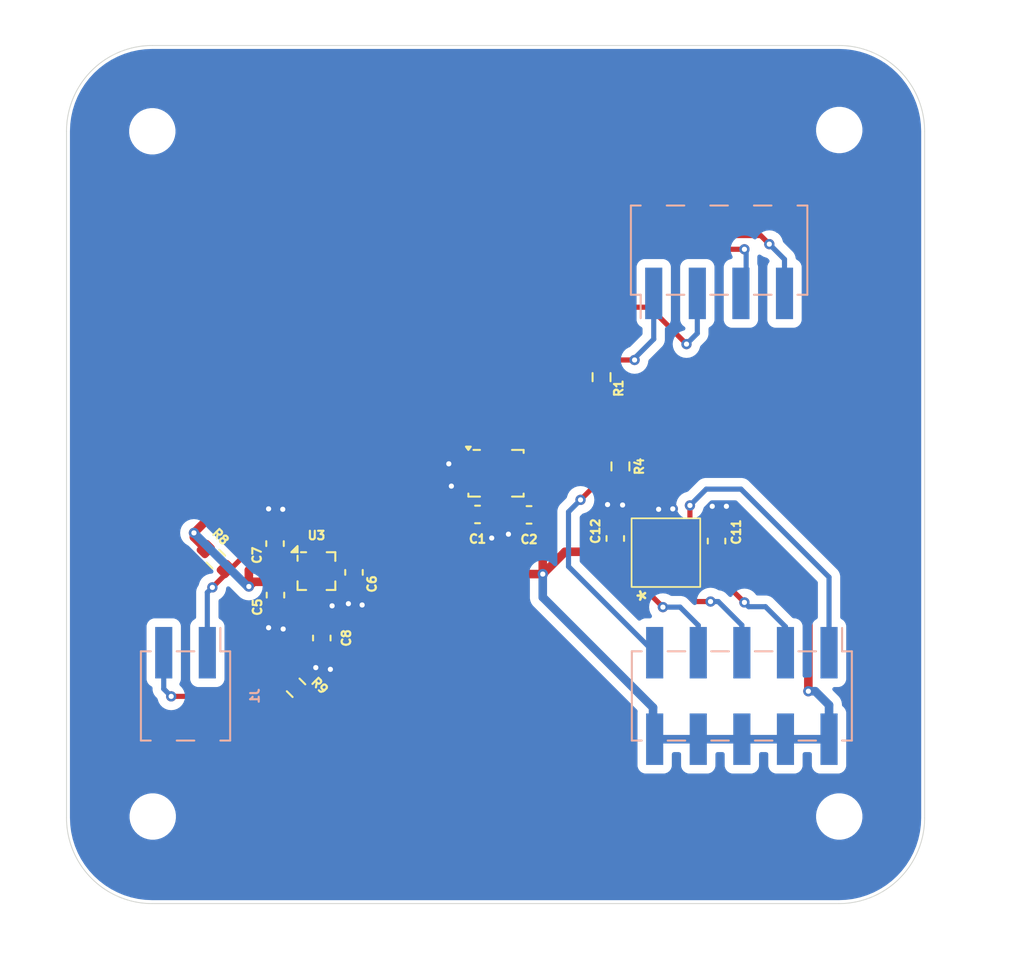
<source format=kicad_pcb>
(kicad_pcb (version 20240108) (generator "pcbnew") (generator_version "8.0")
  (layers (0 "F.Cu" mixed) (31 "B.Cu" mixed) (34 "B.Paste" user) (35 "F.Paste" user) (36 "B.SilkS" user "B.Silkscreen") (37 "F.SilkS" user "F.Silkscreen") (38 "B.Mask" user) (39 "F.Mask" user) (44 "Edge.Cuts" user))
  (net 0 "")
  (net 1 "+3.3V")
  (net 2 "GND")
  (net 3 "Net-(U3-C1)")
  (net 4 "/SPI_SDO_BMP")
  (net 5 "/IMU_1_CS")
  (net 6 "/SPI_SDI_BMP")
  (net 7 "/SPI_SCL_BMP")
  (net 8 "/bmp585_CS")
  (net 9 "/BMP_585_INT")
  (net 10 "/I2C_SDA")
  (net 11 "/I2C_SCL")
  (net 12 "/MAG_INT_1_XL")
  (net 13 "/MAG_I2C_INT_MAG{slash}DRDY")
  (net 14 "/MAG_INT_2_XL")
  (net 15 "/SPI_SCL")
  (net 16 "/SPI_SDI")
  (net 17 "/SPI_SDO")
  (net 18 "/IMU_1_INT_2")
  (net 19 "/IMU_1_INT_1")
  (footprint "Capacitor_SMD:C_0603_1608Metric" (layer "F.Cu") (at 185.975 111.1 90)
    (property "Reference" "C11" (at 0.525 1.15 270) (layer "F.SilkS") (effects (font (size 0.5 0.5) (thickness 0.125))))
    (property "Value" "100n")
    (fp_line (start -0.140581 -0.51) (end 0.140581 -0.51) (stroke (width 0.12)) (layer "F.SilkS"))
    (fp_line (start -0.140581 0.51) (end 0.140581 0.51) (stroke (width 0.12)) (layer "F.SilkS"))
    (pad "1" smd roundrect (at -0.775 0 90) (size 0.9 0.95) (layers "F.Cu" "F.Paste" "F.Mask") (net 1 "+3.3V"))
    (pad "2" smd roundrect (at 0.775 0 90) (size 0.9 0.95) (layers "F.Cu" "F.Paste" "F.Mask") (net 2 "GND"))
  )
  (footprint "Resistor_SMD:R_0603_1608Metric" (layer "F.Cu") (at 156.8 112.15 -45)
    (property "Reference" "R8" (at -0.724784 -1.113693 135) (layer "F.SilkS") (effects (font (size 0.5 0.5))))
    (property "Value" "10k")
    (fp_line (start -0.237258 0.5225) (end 0.237258 0.5225) (stroke (width 0.12)) (layer "F.SilkS"))
    (fp_line (start -0.237258 -0.5225) (end 0.237258 -0.5225) (stroke (width 0.12)) (layer "F.SilkS"))
    (pad "1" smd roundrect (at -0.825 0 315) (size 0.8 0.95) (layers "F.Cu" "F.Paste" "F.Mask") (net 1 "+3.3V"))
    (pad "2" smd roundrect (at 0.825 0 315) (size 0.8 0.95) (layers "F.Cu" "F.Paste" "F.Mask") (net 11 "/I2C_SCL"))
  )
  (footprint "Capacitor_SMD:C_0603_1608Metric" (layer "F.Cu") (at 172.05 109.55 180)
    (property "Reference" "C1" (at 0 -1.43 180) (layer "F.SilkS") (effects (font (size 0.5 0.5))))
    (property "Value" "100n")
    (fp_line (start -0.140581 0.51) (end 0.140581 0.51) (stroke (width 0.12)) (layer "F.SilkS"))
    (fp_line (start -0.140581 -0.51) (end 0.140581 -0.51) (stroke (width 0.12)) (layer "F.SilkS"))
    (pad "1" smd roundrect (at -0.775 0 180) (size 0.9 0.95) (layers "F.Cu" "F.Paste" "F.Mask") (net 2 "GND"))
    (pad "2" smd roundrect (at 0.775 0 180) (size 0.9 0.95) (layers "F.Cu" "F.Paste" "F.Mask") (net 1 "+3.3V"))
  )
  (footprint "Capacitor_SMD:C_0603_1608Metric" (layer "F.Cu") (at 180.075 110.95 90)
    (property "Reference" "C12" (at 0.425 -1.15 270) (layer "F.SilkS") (effects (font (size 0.5 0.5) (thickness 0.125))))
    (property "Value" "100n")
    (fp_line (start -0.140581 -0.51) (end 0.140581 -0.51) (stroke (width 0.12)) (layer "F.SilkS"))
    (fp_line (start -0.140581 0.51) (end 0.140581 0.51) (stroke (width 0.12)) (layer "F.SilkS"))
    (pad "1" smd roundrect (at -0.775 0 90) (size 0.9 0.95) (layers "F.Cu" "F.Paste" "F.Mask") (net 1 "+3.3V"))
    (pad "2" smd roundrect (at 0.775 0 90) (size 0.9 0.95) (layers "F.Cu" "F.Paste" "F.Mask") (net 2 "GND"))
  )
  (footprint "Resistor_SMD:R_0603_1608Metric" (layer "F.Cu") (at 161.475 119.65 135)
    (property "Reference" "R9" (at -0.883883 1.06066 -45) (layer "F.SilkS") (effects (font (size 0.5 0.5))))
    (property "Value" "10k")
    (fp_line (start -0.237258 -0.5225) (end 0.237258 -0.5225) (stroke (width 0.12)) (layer "F.SilkS"))
    (fp_line (start -0.237258 0.5225) (end 0.237258 0.5225) (stroke (width 0.12)) (layer "F.SilkS"))
    (pad "1" smd roundrect (at -0.825 0 135) (size 0.8 0.95) (layers "F.Cu" "F.Paste" "F.Mask") (net 1 "+3.3V"))
    (pad "2" smd roundrect (at 0.825 0 135) (size 0.8 0.95) (layers "F.Cu" "F.Paste" "F.Mask") (net 10 "/I2C_SDA"))
  )
  (footprint "Capacitor_SMD:C_0603_1608Metric" (layer "F.Cu") (at 175.05 109.575 180)
    (property "Reference" "C2" (at 0 -1.43 180) (layer "F.SilkS") (effects (font (size 0.5 0.5))))
    (property "Value" "100n")
    (fp_line (start -0.140581 0.51) (end 0.140581 0.51) (stroke (width 0.12)) (layer "F.SilkS"))
    (fp_line (start -0.140581 -0.51) (end 0.140581 -0.51) (stroke (width 0.12)) (layer "F.SilkS"))
    (pad "1" smd roundrect (at -0.775 0 180) (size 0.9 0.95) (layers "F.Cu" "F.Paste" "F.Mask") (net 1 "+3.3V"))
    (pad "2" smd roundrect (at 0.775 0 180) (size 0.9 0.95) (layers "F.Cu" "F.Paste" "F.Mask") (net 2 "GND"))
  )
  (footprint "Package_LGA:LGA-12_2x2mm_P0.5mm" (layer "F.Cu") (at 162.6625 112.85)
    (property "Reference" "U3" (at 0 -2.075001 360) (layer "F.SilkS") (effects (font (size 0.5 0.5))))
    (property "Value" "LSM303AGR")
    (fp_line (start -1.1 -1.1) (end -1.1 -1.1) (stroke (width 0.12)) (layer "F.SilkS"))
    (fp_line (start -1.1 -0.600001) (end -1.1 -0.900001) (stroke (width 0.12)) (layer "F.SilkS"))
    (fp_line (start -1.1 0.600001) (end -1.1 0.600001) (stroke (width 0.12)) (layer "F.SilkS"))
    (fp_line (start -1.1 1.1) (end -1.1 0.600001) (stroke (width 0.12)) (layer "F.SilkS"))
    (fp_line (start -0.600001 -1.1) (end -0.900001 -1.1) (stroke (width 0.12)) (layer "F.SilkS"))
    (fp_line (start -0.600001 1.1) (end -1.1 1.1) (stroke (width 0.12)) (layer "F.SilkS"))
    (fp_line (start 0.600001 -1.1) (end 1.1 -1.1) (stroke (width 0.12)) (layer "F.SilkS"))
    (fp_line (start 0.600001 1.1) (end 0.600001 1.1) (stroke (width 0.12)) (layer "F.SilkS"))
    (fp_line (start 1.1 -1.1) (end 1.1 -0.600001) (stroke (width 0.12)) (layer "F.SilkS"))
    (fp_line (start 1.1 -0.600001) (end 1.1 -0.600001) (stroke (width 0.12)) (layer "F.SilkS"))
    (fp_line (start 1.1 0.600001) (end 1.1 1.1) (stroke (width 0.12)) (layer "F.SilkS"))
    (fp_line (start 1.1 1.1) (end 0.600001 1.1) (stroke (width 0.12)) (layer "F.SilkS"))
    (fp_poly (pts (xy -1.1 -1.1) (xy -1.459999 -1.1) (xy -1.1 -1.459999) (xy -1.1 -1.1)) (stroke (width 0.12)) (fill solid) (layer "F.SilkS"))
    (pad "1" smd rect (at -0.7625 -0.75) (size 0.375 0.35) (layers "F.Cu" "F.Paste" "F.Mask") (net 11 "/I2C_SCL"))
    (pad "2" smd rect (at -0.7625 -0.25) (size 0.375 0.35) (layers "F.Cu" "F.Paste" "F.Mask") (net 1 "+3.3V"))
    (pad "3" smd rect (at -0.7625 0.25) (size 0.375 0.35) (layers "F.Cu" "F.Paste" "F.Mask") (net 1 "+3.3V"))
    (pad "4" smd rect (at -0.7625 0.75) (size 0.375 0.35) (layers "F.Cu" "F.Paste" "F.Mask") (net 10 "/I2C_SDA"))
    (pad "5" smd rect (at -0.25 0.7625 90) (size 0.375 0.35) (layers "F.Cu" "F.Paste" "F.Mask") (net 3 "Net-(U3-C1)"))
    (pad "6" smd rect (at 0.25 0.7625 90) (size 0.375 0.35) (layers "F.Cu" "F.Paste" "F.Mask") (net 2 "GND"))
    (pad "7" smd rect (at 0.7625 0.75) (size 0.375 0.35) (layers "F.Cu" "F.Paste" "F.Mask") (net 13 "/MAG_I2C_INT_MAG{slash}DRDY"))
    (pad "8" smd rect (at 0.7625 0.25) (size 0.375 0.35) (layers "F.Cu" "F.Paste" "F.Mask") (net 2 "GND"))
    (pad "9" smd rect (at 0.7625 -0.25) (size 0.375 0.35) (layers "F.Cu" "F.Paste" "F.Mask") (net 1 "+3.3V"))
    (pad "10" smd rect (at 0.7625 -0.75) (size 0.375 0.35) (layers "F.Cu" "F.Paste" "F.Mask") (net 1 "+3.3V"))
    (pad "11" smd rect (at 0.25 -0.7625 90) (size 0.375 0.35) (layers "F.Cu" "F.Paste" "F.Mask") (net 14 "/MAG_INT_2_XL"))
    (pad "12" smd rect (at -0.25 -0.7625 90) (size 0.375 0.35) (layers "F.Cu" "F.Paste" "F.Mask") (net 12 "/MAG_INT_1_XL"))
  )
  (footprint "Resistor_SMD:R_0603_1608Metric" (layer "F.Cu") (at 179.275 101.55 -90)
    (property "Reference" "R1" (at 0.65 -1 90) (layer "F.SilkS") (effects (font (size 0.5 0.5))))
    (property "Value" "10k")
    (fp_line (start -0.237258 0.5225) (end 0.237258 0.5225) (stroke (width 0.12)) (layer "F.SilkS"))
    (fp_line (start -0.237258 -0.5225) (end 0.237258 -0.5225) (stroke (width 0.12)) (layer "F.SilkS"))
    (pad "1" smd roundrect (at -0.825 0 270) (size 0.8 0.95) (layers "F.Cu" "F.Paste" "F.Mask") (net 5 "/IMU_1_CS"))
    (pad "2" smd roundrect (at 0.825 0 270) (size 0.8 0.95) (layers "F.Cu" "F.Paste" "F.Mask") (net 1 "+3.3V"))
  )
  (footprint "footprints:LGA9_BMP585_BOS" (layer "F.Cu") (at 183.025 111.775 90)
    (property "Reference" "U5" (hide yes))
    (property "Value" "BMP585")
    (fp_poly (pts (xy -2 -2) (xy 2 -2) (xy 2 2) (xy -2 2)) (stroke (width 0.1)) (fill none) (layer "F.SilkS"))
    (fp_text user "*" (at -2.499999 -1.1 90) (layer "F.SilkS"))
    (pad "1" smd rect (at -1.2192 -1.1 180) (size 0.8382 0.6096) (layers "F.Cu" "F.Paste" "F.Mask") (net 7 "/SPI_SCL_BMP"))
    (pad "2" smd rect (at -1.219201 0 180) (size 0.8382 0.6096) (layers "F.Cu" "F.Paste" "F.Mask") (net 6 "/SPI_SDI_BMP"))
    (pad "3" smd rect (at -1.2192 1.1 180) (size 0.8382 0.6096) (layers "F.Cu" "F.Paste" "F.Mask") (net 4 "/SPI_SDO_BMP"))
    (pad "4" smd rect (at 0 1.219201 90) (size 0.8382 0.6096) (layers "F.Cu" "F.Paste" "F.Mask") (net 1 "+3.3V"))
    (pad "5" smd rect (at 1.2192 1.1 180) (size 0.8382 0.6096) (layers "F.Cu" "F.Paste" "F.Mask") (net 9 "/BMP_585_INT"))
    (pad "6" smd rect (at 1.219201 0 180) (size 0.8382 0.6096) (layers "F.Cu" "F.Paste" "F.Mask") (net 2 "GND"))
    (pad "7" smd rect (at 1.2192 -1.1 180) (size 0.8382 0.6096) (layers "F.Cu" "F.Paste" "F.Mask") (net 8 "/bmp585_CS"))
    (pad "8" smd rect (at 0 -1.219201 90) (size 0.8382 0.6096) (layers "F.Cu" "F.Paste" "F.Mask") (net 1 "+3.3V"))
    (pad "9" smd rect (at 0 0 90) (size 1.0668 1.0668) (layers "F.Cu" "F.Paste" "F.Mask"))
  )
  (footprint "Capacitor_SMD:C_0603_1608Metric" (layer "F.Cu") (at 160.275 114.25 90)
    (property "Reference" "C5" (at -0.7 -1.05 270) (layer "F.SilkS") (effects (font (size 0.5 0.5))))
    (property "Value" "100n")
    (fp_line (start -0.140581 -0.51) (end 0.140581 -0.51) (stroke (width 0.12)) (layer "F.SilkS"))
    (fp_line (start -0.140581 0.51) (end 0.140581 0.51) (stroke (width 0.12)) (layer "F.SilkS"))
    (pad "1" smd roundrect (at -0.775 0 90) (size 0.9 0.95) (layers "F.Cu" "F.Paste" "F.Mask") (net 2 "GND"))
    (pad "2" smd roundrect (at 0.775 0 90) (size 0.9 0.95) (layers "F.Cu" "F.Paste" "F.Mask") (net 1 "+3.3V"))
  )
  (footprint "Fiducial:Fiducial_0.5mm_Mask1mm" (layer "F.Cu") (at 195.625 129.65)
    (property "Reference" "FID3" (hide yes))
    (property "Value" "Fiducial")
    (pad "" smd circle (at 0 0) (size 0.5 0.5) (layers "F.Cu" "F.Mask") (clearance 0.25))
  )
  (footprint "Package_LGA:LGA-14_3x2.5mm_P0.5mm_LayoutBorder3x4y" (layer "F.Cu") (at 173.125 107.15)
    (property "Reference" "U1" (hide yes))
    (property "Value" "LSM6DSV32XTR")
    (fp_line (start -1.61 1.36) (end -1.61 1.185) (stroke (width 0.12)) (layer "F.SilkS"))
    (fp_line (start -0.935 -1.36) (end -1.31 -1.36) (stroke (width 0.12)) (layer "F.SilkS"))
    (fp_line (start -0.935 1.36) (end -1.61 1.36) (stroke (width 0.12)) (layer "F.SilkS"))
    (fp_line (start 0.935 -1.36) (end 1.61 -1.36) (stroke (width 0.12)) (layer "F.SilkS"))
    (fp_line (start 0.935 1.36) (end 1.61 1.36) (stroke (width 0.12)) (layer "F.SilkS"))
    (fp_line (start 1.61 -1.36) (end 1.61 -1.185) (stroke (width 0.12)) (layer "F.SilkS"))
    (fp_line (start 1.61 1.36) (end 1.61 1.185) (stroke (width 0.12)) (layer "F.SilkS"))
    (fp_poly (pts (xy -1.61 -1.36) (xy -1.75 -1.55) (xy -1.47 -1.55) (xy -1.61 -1.36)) (stroke (width 0.12)) (fill solid) (layer "F.SilkS"))
    (pad "1" smd roundrect (at -1.1625 -0.75) (size 0.625 0.35) (layers "F.Cu" "F.Paste" "F.Mask") (net 17 "/SPI_SDO"))
    (pad "2" smd roundrect (at -1.1625 -0.25) (size 0.625 0.35) (layers "F.Cu" "F.Paste" "F.Mask") (net 2 "GND"))
    (pad "3" smd roundrect (at -1.1625 0.25) (size 0.625 0.35) (layers "F.Cu" "F.Paste" "F.Mask") (net 2 "GND"))
    (pad "4" smd roundrect (at -1.1625 0.75) (size 0.625 0.35) (layers "F.Cu" "F.Paste" "F.Mask") (net 19 "/IMU_1_INT_1"))
    (pad "5" smd roundrect (at -0.5 0.9125) (size 0.35 0.625) (layers "F.Cu" "F.Paste" "F.Mask") (net 1 "+3.3V"))
    (pad "6" smd roundrect (at 0 0.9125) (size 0.35 0.625) (layers "F.Cu" "F.Paste" "F.Mask") (net 2 "GND"))
    (pad "7" smd roundrect (at 0.5 0.9125) (size 0.35 0.625) (layers "F.Cu" "F.Paste" "F.Mask") (net 2 "GND"))
    (pad "8" smd roundrect (at 1.1625 0.75) (size 0.625 0.35) (layers "F.Cu" "F.Paste" "F.Mask") (net 1 "+3.3V"))
    (pad "9" smd roundrect (at 1.1625 0.25) (size 0.625 0.35) (layers "F.Cu" "F.Paste" "F.Mask") (net 18 "/IMU_1_INT_2"))
    (pad "10" smd roundrect (at 1.1625 -0.25) (size 0.625 0.35) (layers "F.Cu" "F.Paste" "F.Mask"))
    (pad "11" smd roundrect (at 1.1625 -0.75) (size 0.625 0.35) (layers "F.Cu" "F.Paste" "F.Mask"))
    (pad "12" smd roundrect (at 0.5 -0.9125) (size 0.35 0.625) (layers "F.Cu" "F.Paste" "F.Mask") (net 5 "/IMU_1_CS"))
    (pad "13" smd roundrect (at 0 -0.9125) (size 0.35 0.625) (layers "F.Cu" "F.Paste" "F.Mask") (net 15 "/SPI_SCL"))
    (pad "14" smd roundrect (at -0.5 -0.9125) (size 0.35 0.625) (layers "F.Cu" "F.Paste" "F.Mask") (net 16 "/SPI_SDI"))
  )
  (footprint "Fiducial:Fiducial_0.5mm_Mask1mm" (layer "F.Cu") (at 150.625 129.65)
    (property "Reference" "FID4" (hide yes))
    (property "Value" "Fiducial")
    (pad "" smd circle (at 0 0) (size 0.5 0.5) (layers "F.Cu" "F.Mask") (clearance 0.25))
  )
  (footprint "Capacitor_SMD:C_0603_1608Metric" (layer "F.Cu") (at 164.85 112.925 -90)
    (property "Reference" "C6" (at 0.675 -1.05 90) (layer "F.SilkS") (effects (font (size 0.5 0.5))))
    (property "Value" "100n")
    (fp_line (start -0.140581 0.51) (end 0.140581 0.51) (stroke (width 0.12)) (layer "F.SilkS"))
    (fp_line (start -0.140581 -0.51) (end 0.140581 -0.51) (stroke (width 0.12)) (layer "F.SilkS"))
    (pad "1" smd roundrect (at -0.775 0 270) (size 0.9 0.95) (layers "F.Cu" "F.Paste" "F.Mask") (net 1 "+3.3V"))
    (pad "2" smd roundrect (at 0.775 0 270) (size 0.9 0.95) (layers "F.Cu" "F.Paste" "F.Mask") (net 2 "GND"))
  )
  (footprint "MountingHole:MountingHole_2.2mm_M2" (layer "F.Cu") (at 153.1 87.225)
    (property "Reference" "H1" (hide yes))
    (property "Value" "MountingHole")
    (pad "" np_thru_hole circle (at 0 0) (size 2.2 2.2) (drill 2.2) (layers "*.Cu" "*.Mask"))
  )
  (footprint "MountingHole:MountingHole_2.2mm_M2" (layer "F.Cu") (at 193.125 127.15)
    (property "Reference" "H3" (hide yes))
    (property "Value" "MountingHole")
    (pad "" np_thru_hole circle (at 0 0) (size 2.2 2.2) (drill 2.2) (layers "*.Cu" "*.Mask"))
  )
  (footprint "MountingHole:MountingHole_2.2mm_M2" (layer "F.Cu") (at 153.125 127.15)
    (property "Reference" "H4" (hide yes))
    (property "Value" "MountingHole")
    (pad "" np_thru_hole circle (at 0 0) (size 2.2 2.2) (drill 2.2) (layers "*.Cu" "*.Mask"))
  )
  (footprint "MountingHole:MountingHole_2.2mm_M2" (layer "F.Cu") (at 193.125 87.15)
    (property "Reference" "H2" (hide yes))
    (property "Value" "MountingHole")
    (pad "" np_thru_hole circle (at 0 0) (size 2.2 2.2) (drill 2.2) (layers "*.Cu" "*.Mask"))
  )
  (footprint "Resistor_SMD:R_0603_1608Metric" (layer "F.Cu") (at 180.375 106.75 90)
    (property "Reference" "R4" (at 0 1.1 270) (layer "F.SilkS") (effects (font (size 0.5 0.5) (thickness 0.125))))
    (property "Value" "10k")
    (fp_line (start -0.237258 -0.5225) (end 0.237258 -0.5225) (stroke (width 0.12)) (layer "F.SilkS"))
    (fp_line (start -0.237258 0.5225) (end 0.237258 0.5225) (stroke (width 0.12)) (layer "F.SilkS"))
    (pad "1" smd roundrect (at -0.825 0 90) (size 0.8 0.95) (layers "F.Cu" "F.Paste" "F.Mask") (net 8 "/bmp585_CS"))
    (pad "2" smd roundrect (at 0.825 0 90) (size 0.8 0.95) (layers "F.Cu" "F.Paste" "F.Mask") (net 1 "+3.3V"))
  )
  (footprint "Capacitor_SMD:C_0603_1608Metric" (layer "F.Cu") (at 160.25 111.25 -90)
    (property "Reference" "C7" (at 0.675 1.05 90) (layer "F.SilkS") (effects (font (size 0.5 0.5))))
    (property "Value" "10u")
    (fp_line (start -0.140581 0.51) (end 0.140581 0.51) (stroke (width 0.12)) (layer "F.SilkS"))
    (fp_line (start -0.140581 -0.51) (end 0.140581 -0.51) (stroke (width 0.12)) (layer "F.SilkS"))
    (pad "1" smd roundrect (at -0.775 0 270) (size 0.9 0.95) (layers "F.Cu" "F.Paste" "F.Mask") (net 2 "GND"))
    (pad "2" smd roundrect (at 0.775 0 270) (size 0.9 0.95) (layers "F.Cu" "F.Paste" "F.Mask") (net 1 "+3.3V"))
  )
  (footprint "Fiducial:Fiducial_0.5mm_Mask1mm" (layer "F.Cu") (at 150.625 84.65)
    (property "Reference" "FID2" (hide yes))
    (property "Value" "Fiducial")
    (pad "" smd circle (at 0 0) (size 0.5 0.5) (layers "F.Cu" "F.Mask") (clearance 0.25))
  )
  (footprint "Fiducial:Fiducial_0.5mm_Mask1mm" (layer "F.Cu") (at 195.625 84.65)
    (property "Reference" "FID1" (hide yes))
    (property "Value" "Fiducial")
    (pad "" smd circle (at 0 0) (size 0.5 0.5) (layers "F.Cu" "F.Mask") (clearance 0.25))
  )
  (footprint "Capacitor_SMD:C_0603_1608Metric" (layer "F.Cu") (at 162.975 116.75 -90)
    (property "Reference" "C8" (at 0 -1.43 90) (layer "F.SilkS") (effects (font (size 0.5 0.5))))
    (property "Value" "220n")
    (fp_line (start -0.140581 0.51) (end 0.140581 0.51) (stroke (width 0.12)) (layer "F.SilkS"))
    (fp_line (start -0.140581 -0.51) (end 0.140581 -0.51) (stroke (width 0.12)) (layer "F.SilkS"))
    (pad "1" smd roundrect (at -0.775 0 270) (size 0.9 0.95) (layers "F.Cu" "F.Paste" "F.Mask") (net 3 "Net-(U3-C1)"))
    (pad "2" smd roundrect (at 0.775 0 270) (size 0.9 0.95) (layers "F.Cu" "F.Paste" "F.Mask") (net 2 "GND"))
  )
  (footprint "Connector_PinSocket_2.54mm:PinSocket_2x05_P2.54mm_Vertical_SMD" (layer "B.Cu") (at 187.45 120.125 90)
    (property "Reference" "J2" (hide yes))
    (property "Value" "Conn_02x05_Odd_Even")
    (fp_line (start 2.6 -6.41) (end -2.6 -6.41) (stroke (width 0.12)) (layer "B.SilkS"))
    (fp_line (start 2.6 -6.41) (end 2.6 -5.84) (stroke (width 0.12)) (layer "B.SilkS"))
    (fp_line (start -2.6 -6.41) (end -2.6 -5.84) (stroke (width 0.12)) (layer "B.SilkS"))
    (fp_line (start 2.6 -4.32) (end 2.6 -3.3) (stroke (width 0.12)) (layer "B.SilkS"))
    (fp_line (start -2.6 -4.32) (end -2.6 -3.3) (stroke (width 0.12)) (layer "B.SilkS"))
    (fp_line (start 2.600001 -1.78) (end 2.6 -0.76) (stroke (width 0.12)) (layer "B.SilkS"))
    (fp_line (start -2.600001 -1.78) (end -2.6 -0.76) (stroke (width 0.12)) (layer "B.SilkS"))
    (fp_line (start 2.6 0.76) (end 2.600001 1.78) (stroke (width 0.12)) (layer "B.SilkS"))
    (fp_line (start -2.6 0.76) (end -2.600001 1.78) (stroke (width 0.12)) (layer "B.SilkS"))
    (fp_line (start 2.6 3.3) (end 2.6 4.32) (stroke (width 0.12)) (layer "B.SilkS"))
    (fp_line (start -2.6 3.3) (end -2.6 4.32) (stroke (width 0.12)) (layer "B.SilkS"))
    (fp_line (start 3.96 5.84) (end 2.6 5.84) (stroke (width 0.12)) (layer "B.SilkS"))
    (fp_line (start 2.6 5.84) (end 2.6 6.41) (stroke (width 0.12)) (layer "B.SilkS"))
    (fp_line (start -2.6 5.84) (end -2.6 6.41) (stroke (width 0.12)) (layer "B.SilkS"))
    (fp_line (start 2.6 6.41) (end -2.6 6.41) (stroke (width 0.12)) (layer "B.SilkS"))
    (pad "1" smd rect (at 2.520001 5.08 90) (size 3 1) (layers "B.Cu" "B.Paste" "B.Mask") (net 9 "/BMP_585_INT"))
    (pad "2" smd rect (at -2.520001 5.08 90) (size 3 1) (layers "B.Cu" "B.Paste" "B.Mask") (net 1 "+3.3V"))
    (pad "3" smd rect (at 2.52 2.54 90) (size 3 1) (layers "B.Cu" "B.Paste" "B.Mask") (net 4 "/SPI_SDO_BMP"))
    (pad "4" smd rect (at -2.52 2.54 90) (size 3 1) (layers "B.Cu" "B.Paste" "B.Mask") (net 1 "+3.3V"))
    (pad "5" smd rect (at 2.52 0 90) (size 3 1) (layers "B.Cu" "B.Paste" "B.Mask") (net 6 "/SPI_SDI_BMP"))
    (pad "6" smd rect (at -2.52 0 90) (size 3 1) (layers "B.Cu" "B.Paste" "B.Mask") (net 1 "+3.3V"))
    (pad "7" smd rect (at 2.52 -2.54 90) (size 3 1) (layers "B.Cu" "B.Paste" "B.Mask") (net 7 "/SPI_SCL_BMP"))
    (pad "8" smd rect (at -2.52 -2.54 90) (size 3 1) (layers "B.Cu" "B.Paste" "B.Mask") (net 1 "+3.3V"))
    (pad "9" smd rect (at 2.520001 -5.08 90) (size 3 1) (layers "B.Cu" "B.Paste" "B.Mask") (net 8 "/bmp585_CS"))
    (pad "10" smd rect (at -2.520001 -5.08 90) (size 3 1) (layers "B.Cu" "B.Paste" "B.Mask") (net 1 "+3.3V"))
  )
  (footprint "Connector_PinSocket_2.54mm:PinSocket_2x02_P2.54mm_Vertical_SMD" (layer "B.Cu") (at 155.035001 120.125 90)
    (property "Reference" "J1" (at 0 4.039999 270) (layer "B.SilkS") (effects (font (size 0.5 0.5)) (justify mirror)))
    (property "Value" "Conn_02x02_Odd_Even")
    (fp_line (start 2.6 -2.6) (end -2.6 -2.6) (stroke (width 0.12)) (layer "B.SilkS"))
    (fp_line (start 2.6 -2.6) (end 2.6 -2.03) (stroke (width 0.12)) (layer "B.SilkS"))
    (fp_line (start -2.6 -2.6) (end -2.6 -2.03) (stroke (width 0.12)) (layer "B.SilkS"))
    (fp_line (start 2.6 -0.51) (end 2.6 0.51) (stroke (width 0.12)) (layer "B.SilkS"))
    (fp_line (start -2.6 -0.51) (end -2.6 0.51) (stroke (width 0.12)) (layer "B.SilkS"))
    (fp_line (start 3.96 2.03) (end 2.6 2.03) (stroke (width 0.12)) (layer "B.SilkS"))
    (fp_line (start 2.6 2.03) (end 2.6 2.6) (stroke (width 0.12)) (layer "B.SilkS"))
    (fp_line (start -2.6 2.03) (end -2.6 2.6) (stroke (width 0.12)) (layer "B.SilkS"))
    (fp_line (start 2.6 2.6) (end -2.6 2.6) (stroke (width 0.12)) (layer "B.SilkS"))
    (pad "1" smd rect (at 2.52 1.270001 90) (size 3 1) (layers "B.Cu" "B.Paste" "B.Mask") (net 11 "/I2C_SCL"))
    (pad "2" smd rect (at -2.52 1.270001 90) (size 3 1) (layers "B.Cu" "B.Paste" "B.Mask") (net 2 "GND"))
    (pad "3" smd rect (at 2.52 -1.270001 90) (size 3 1) (layers "B.Cu" "B.Paste" "B.Mask") (net 10 "/I2C_SDA"))
    (pad "4" smd rect (at -2.52 -1.270001 90) (size 3 1) (layers "B.Cu" "B.Paste" "B.Mask") (net 2 "GND"))
  )
  (footprint "Connector_PinSocket_2.54mm:PinSocket_2x04_P2.54mm_Vertical_SMD" (layer "B.Cu") (at 186.125 94.15 -90)
    (property "Reference" "J3" (hide yes))
    (property "Value" "Conn_02x04_Odd_Even")
    (fp_line (start 2.6 5.139999) (end -2.6 5.139999) (stroke (width 0.12)) (layer "B.SilkS"))
    (fp_line (start -2.600001 4.57) (end -2.6 5.139999) (stroke (width 0.12)) (layer "B.SilkS"))
    (fp_line (start 2.600001 4.57) (end 2.6 5.139999) (stroke (width 0.12)) (layer "B.SilkS"))
    (fp_line (start 3.96 4.57) (end 2.600001 4.57) (stroke (width 0.12)) (layer "B.SilkS"))
    (fp_line (start -2.6 2.03) (end -2.6 3.05) (stroke (width 0.12)) (layer "B.SilkS"))
    (fp_line (start 2.6 2.03) (end 2.6 3.05) (stroke (width 0.12)) (layer "B.SilkS"))
    (fp_line (start -2.6 -0.51) (end -2.6 0.51) (stroke (width 0.12)) (layer "B.SilkS"))
    (fp_line (start 2.6 -0.51) (end 2.6 0.51) (stroke (width 0.12)) (layer "B.SilkS"))
    (fp_line (start -2.6 -3.05) (end -2.6 -2.03) (stroke (width 0.12)) (layer "B.SilkS"))
    (fp_line (start 2.6 -3.05) (end 2.6 -2.03) (stroke (width 0.12)) (layer "B.SilkS"))
    (fp_line (start -2.6 -5.139999) (end -2.600001 -4.57) (stroke (width 0.12)) (layer "B.SilkS"))
    (fp_line (start 2.6 -5.139999) (end 2.600001 -4.57) (stroke (width 0.12)) (layer "B.SilkS"))
    (fp_line (start 2.6 -5.139999) (end -2.6 -5.139999) (stroke (width 0.12)) (layer "B.SilkS"))
    (pad "1" smd rect (at 2.52 3.81 270) (size 3 1) (layers "B.Cu" "B.Paste" "B.Mask") (net 5 "/IMU_1_CS"))
    (pad "2" smd rect (at -2.52 3.81 270) (size 3 1) (layers "B.Cu" "B.Paste" "B.Mask") (net 2 "GND"))
    (pad "3" smd rect (at 2.52 1.270001 270) (size 3 1) (layers "B.Cu" "B.Paste" "B.Mask") (net 15 "/SPI_SCL"))
    (pad "4" smd rect (at -2.52 1.270001 270) (size 3 1) (layers "B.Cu" "B.Paste" "B.Mask") (net 2 "GND"))
    (pad "5" smd rect (at 2.52 -1.270001 270) (size 3 1) (layers "B.Cu" "B.Paste" "B.Mask") (net 16 "/SPI_SDI"))
    (pad "6" smd rect (at -2.52 -1.270001 270) (size 3 1) (layers "B.Cu" "B.Paste" "B.Mask") (net 2 "GND"))
    (pad "7" smd rect (at 2.52 -3.81 270) (size 3 1) (layers "B.Cu" "B.Paste" "B.Mask") (net 17 "/SPI_SDO"))
    (pad "8" smd rect (at -2.52 -3.81 270) (size 3 1) (layers "B.Cu" "B.Paste" "B.Mask") (net 2 "GND"))
  )
  (gr_arc (start 153.1 132.225) (mid 149.564466 130.760534) (end 148.1 127.225) (stroke (width 0.05)) (layer "Edge.Cuts"))
  (gr_line (start 198.1 87.225) (end 198.1 127.225) (stroke (width 0.05)) (layer "Edge.Cuts"))
  (gr_arc (start 148.1 87.225) (mid 149.564466 83.689466) (end 153.1 82.225) (stroke (width 0.05)) (layer "Edge.Cuts"))
  (gr_line (start 148.1 127.225) (end 148.1 87.225) (stroke (width 0.05)) (layer "Edge.Cuts"))
  (gr_arc (start 198.1 127.225) (mid 196.635533 130.760533) (end 193.1 132.225) (stroke (width 0.05)) (layer "Edge.Cuts"))
  (gr_line (start 153.1 82.225) (end 193.1 82.225) (stroke (width 0.05)) (layer "Edge.Cuts"))
  (gr_line (start 193.1 132.225) (end 153.1 132.225) (stroke (width 0.05)) (layer "Edge.Cuts"))
  (gr_arc (start 193.1 82.225) (mid 196.63553 83.689468) (end 198.1 87.225) (stroke (width 0.05)) (layer "Edge.Cuts"))
  (segment (start 163.425 112.6) (end 164.4 112.6) (width 0.3) (layer "F.Cu") (net 1))
  (segment (start 175.85 113.025) (end 172.1 113.025) (width 0.5) (layer "F.Cu") (net 1))
  (segment (start 184.344201 111.875) (end 184.244201 111.775) (width 0.3) (layer "F.Cu") (net 1))
  (segment (start 175.825 108.35) (end 178.25 105.925) (width 0.5) (layer "F.Cu") (net 1))
  (segment (start 166.533363 120.233363) (end 162.058363 120.233363) (width 0.5) (layer "F.Cu") (net 1))
  (segment (start 171.225 112.15) (end 171.275 112.2) (width 0.5) (layer "F.Cu") (net 1))
  (segment (start 190.05 113.7) (end 191.325 114.975) (width 0.5) (layer "F.Cu") (net 1))
  (segment (start 164.85 108.975) (end 164.85 112.15) (width 0.5) (layer "F.Cu") (net 1))
  (segment (start 177.15 111.725) (end 175.85 113.025) (width 0.5) (layer "F.Cu") (net 1))
  (segment (start 181.755799 111.725) (end 181.805799 111.775) (width 0.3) (layer "F.Cu") (net 1))
  (segment (start 175.85 113.025) (end 175.85 109.6) (width 0.5) (layer "F.Cu") (net 1))
  (segment (start 179.275 105.675) (end 179.025 105.925) (width 0.5) (layer "F.Cu") (net 1))
  (segment (start 155.525 110.875) (end 156.216637 111.566637) (width 0.5) (layer "F.Cu") (net 1))
  (segment (start 155.525 110.625) (end 155.525 110.875) (width 0.5) (layer "F.Cu") (net 1))
  (segment (start 171.275 112.2) (end 171.275 109.55) (width 0.5) (layer "F.Cu") (net 1))
  (segment (start 172.625 108.425) (end 172.625 108.0625) (width 0.3) (layer "F.Cu") (net 1))
  (segment (start 175.825 108.775) (end 174.95 107.9) (width 0.3) (layer "F.Cu") (net 1))
  (segment (start 157.95 108.2) (end 164.075 108.2) (width 0.5) (layer "F.Cu") (net 1))
  (segment (start 164.8 112.1) (end 164.85 112.15) (width 0.3) (layer "F.Cu") (net 1))
  (segment (start 174.95 107.9) (end 174.2875 107.9) (width 0.3) (layer "F.Cu") (net 1))
  (segment (start 172.1 113.025) (end 171.275 112.2) (width 0.5) (layer "F.Cu") (net 1))
  (segment (start 159 113.475) (end 158.725 113.75) (width 0.5) (layer "F.Cu") (net 1))
  (segment (start 155.525 110.625) (end 157.95 108.2) (width 0.5) (layer "F.Cu") (net 1))
  (segment (start 159.5 112.025) (end 158.725 112.8) (width 0.5) (layer "F.Cu") (net 1))
  (segment (start 164.85 112.15) (end 167.625 112.15) (width 0.5) (layer "F.Cu") (net 1))
  (segment (start 158.725 112.8) (end 158.725 113.75) (width 0.5) (layer "F.Cu") (net 1))
  (segment (start 167.625 119.325) (end 166.625 120.325) (width 0.5) (layer "F.Cu") (net 1))
  (segment (start 160.25 112.025) (end 160.825 112.6) (width 0.3) (layer "F.Cu") (net 1))
  (segment (start 180.075 111.725) (end 177.15 111.725) (width 0.5) (layer "F.Cu") (net 1))
  (segment (start 167.625 112.15) (end 171.225 112.15) (width 0.5) (layer "F.Cu") (net 1))
  (segment (start 185.975 111.875) (end 184.344201 111.875) (width 0.3) (layer "F.Cu") (net 1))
  (segment (start 160.65 113.1) (end 161.9 113.1) (width 0.3) (layer "F.Cu") (net 1))
  (segment (start 160.25 112.025) (end 159.5 112.025) (width 0.5) (layer "F.Cu") (net 1))
  (segment (start 166.625 120.325) (end 166.533363 120.233363) (width 0.5) (layer "F.Cu") (net 1))
  (segment (start 160.825 112.6) (end 161.9 112.6) (width 0.3) (layer "F.Cu") (net 1))
  (segment (start 164.075 108.2) (end 164.85 108.975) (width 0.5) (layer "F.Cu") (net 1))
  (segment (start 164.4 112.6) (end 164.85 112.15) (width 0.3) (layer "F.Cu") (net 1))
  (segment (start 188.225 111.875) (end 190.05 113.7) (width 0.5) (layer "F.Cu") (net 1))
  (segment (start 160.275 113.475) (end 159 113.475) (width 0.5) (layer "F.Cu") (net 1))
  (segment (start 175.825 109.575) (end 175.825 108.35) (width 0.5) (layer "F.Cu") (net 1))
  (segment (start 191.325 114.975) (end 191.325 119.85) (width 0.5) (layer "F.Cu") (net 1))
  (segment (start 179.025 105.925) (end 180.375 105.925) (width 0.5) (layer "F.Cu") (net 1))
  (segment (start 167.625 112.15) (end 167.625 119.325) (width 0.5) (layer "F.Cu") (net 1))
  (segment (start 160.275 113.475) (end 160.65 113.1) (width 0.3) (layer "F.Cu") (net 1))
  (segment (start 175.825 109.575) (end 175.825 108.775) (width 0.3) (layer "F.Cu") (net 1))
  (segment (start 179.275 102.375) (end 179.275 105.675) (width 0.5) (layer "F.Cu") (net 1))
  (segment (start 163.425 112.1) (end 164.8 112.1) (width 0.3) (layer "F.Cu") (net 1))
  (segment (start 171.5 109.55) (end 172.625 108.425) (width 0.3) (layer "F.Cu") (net 1))
  (segment (start 175.85 109.6) (end 175.825 109.575) (width 0.5) (layer "F.Cu") (net 1))
  (segment (start 178.25 105.925) (end 179.025 105.925) (width 0.5) (layer "F.Cu") (net 1))
  (segment (start 185.975 111.875) (end 188.225 111.875) (width 0.5) (layer "F.Cu") (net 1))
  (segment (start 180.075 111.725) (end 181.755799 111.725) (width 0.3) (layer "F.Cu") (net 1))
  (segment (start 171.275 109.55) (end 171.5 109.55) (width 0.3) (layer "F.Cu") (net 1))
  (via (at 158.725 113.75) (size 0.6) (drill 0.3) (layers "F.Cu" "B.Cu") (net 1))
  (via (at 191.325 119.85) (size 0.6) (drill 0.3) (layers "F.Cu" "B.Cu") (net 1))
  (via (at 155.525 110.625) (size 0.6) (drill 0.3) (layers "F.Cu" "B.Cu") (net 1))
  (via (at 175.85 113.025) (size 0.6) (drill 0.3) (layers "F.Cu" "B.Cu") (net 1))
  (segment (start 191.325 119.85) (end 191.725 119.85) (width 0.5) (layer "B.Cu") (net 1))
  (segment (start 175.85 114.375) (end 175.85 113.025) (width 0.5) (layer "B.Cu") (net 1))
  (segment (start 182.275 122.550001) (end 182.275 120.8) (width 0.5) (layer "B.Cu") (net 1))
  (segment (start 182.37 122.645001) (end 192.53 122.645001) (width 0.5) (layer "B.Cu") (net 1))
  (segment (start 158.65 113.75) (end 155.525 110.625) (width 0.5) (layer "B.Cu") (net 1))
  (segment (start 191.725 119.85) (end 192.53 120.655) (width 0.5) (layer "B.Cu") (net 1))
  (segment (start 158.725 113.75) (end 158.65 113.75) (width 0.5) (layer "B.Cu") (net 1))
  (segment (start 182.275 120.8) (end 175.85 114.375) (width 0.5) (layer "B.Cu") (net 1))
  (segment (start 182.37 122.645001) (end 182.275 122.550001) (width 0.5) (layer "B.Cu") (net 1))
  (segment (start 192.53 120.655) (end 192.53 122.645001) (width 0.5) (layer "B.Cu") (net 1))
  (segment (start 172.825 110.875) (end 172.875 110.925) (width 0.3) (layer "F.Cu") (net 2))
  (segment (start 174.275 109.575) (end 174.275 110.275) (width 0.3) (layer "F.Cu") (net 2))
  (segment (start 171.025 107.4) (end 170.525 107.9) (width 0.3) (layer "F.Cu") (net 2))
  (segment (start 170.675 106.9) (end 170.375 106.6) (width 0.3) (layer "F.Cu") (net 2))
  (segment (start 183.025 110.2) (end 183.025 109.625) (width 0.3) (layer "F.Cu") (net 2))
  (segment (start 160.275 115.025) (end 160.275 115.775) (width 0.3) (layer "F.Cu") (net 2))
  (segment (start 164.85 114.35) (end 165.325 114.825) (width 0.3) (layer "F.Cu") (net 2))
  (segment (start 162.975 118.075) (end 163.475 118.575) (width 0.3) (layer "F.Cu") (net 2))
  (segment (start 183.025 110.555799) (end 183.025 110.2) (width 0.3) (layer "F.Cu") (net 2))
  (segment (start 164.85 113.7) (end 164.85 114.35) (width 0.3) (layer "F.Cu") (net 2))
  (segment (start 173.625 108.0625) (end 173.625 108.925) (width 0.3) (layer "F.Cu") (net 2))
  (segment (start 171.9625 106.9) (end 170.675 106.9) (width 0.3) (layer "F.Cu") (net 2))
  (segment (start 160.25 110.475) (end 160.25 109.7) (width 0.3) (layer "F.Cu") (net 2))
  (segment (start 183.025 109.625) (end 183.425 109.225) (width 0.3) (layer "F.Cu") (net 2))
  (segment (start 172.825 109.55) (end 173.125 109.25) (width 0.3) (layer "F.Cu") (net 2))
  (segment (start 163.575 114.875) (end 162.9125 114.2125) (width 0.3) (layer "F.Cu") (net 2))
  (segment (start 164.85 113.7) (end 164.25 113.1) (width 0.3) (layer "F.Cu") (net 2))
  (segment (start 160.275 115.025) (end 160.275 115.75) (width 0.3) (layer "F.Cu") (net 2))
  (segment (start 162.9125 114.2125) (end 162.9125 113.6125) (width 0.3) (layer "F.Cu") (net 2))
  (segment (start 173.625 108.925) (end 174.275 109.575) (width 0.3) (layer "F.Cu") (net 2))
  (segment (start 183.025 109.675) (end 182.6 109.25) (width 0.3) (layer "F.Cu") (net 2))
  (segment (start 162.975 117.525) (end 162.975 118.075) (width 0.3) (layer "F.Cu") (net 2))
  (segment (start 180.075 110.175) (end 180.075 109.425) (width 0.3) (layer "F.Cu") (net 2))
  (segment (start 164.85 113.7) (end 164.85 114.425) (width 0.3) (layer "F.Cu") (net 2))
  (segment (start 164.85 114.425) (end 164.525 114.75) (width 0.3) (layer "F.Cu") (net 2))
  (segment (start 180.075 109.425) (end 179.625 108.975) (width 0.3) (layer "F.Cu") (net 2))
  (segment (start 185.975 109.325) (end 185.725 109.075) (width 0.3) (layer "F.Cu") (net 2))
  (segment (start 173.125 109.25) (end 173.125 108.0625) (width 0.3) (layer "F.Cu") (net 2))
  (segment (start 160.25 109.6) (end 159.875 109.225) (width 0.3) (layer "F.Cu") (net 2))
  (segment (start 180.075 109.425) (end 180.5 109) (width 0.3) (layer "F.Cu") (net 2))
  (segment (start 160.25 110.475) (end 160.25 109.6) (width 0.3) (layer "F.Cu") (net 2))
  (segment (start 174.275 110.275) (end 173.85 110.7) (width 0.3) (layer "F.Cu") (net 2))
  (segment (start 185.975 110.325) (end 185.975 109.65) (width 0.3) (layer "F.Cu") (net 2))
  (segment (start 162.975 118.125) (end 162.625 118.475) (width 0.3) (layer "F.Cu") (net 2))
  (segment (start 162.975 117.525) (end 162.975 118.125) (width 0.3) (layer "F.Cu") (net 2))
  (segment (start 172.825 109.55) (end 172.825 110.875) (width 0.3) (layer "F.Cu") (net 2))
  (segment (start 171.9625 107.4) (end 171.025 107.4) (width 0.3) (layer "F.Cu") (net 2))
  (segment (start 160.275 115.775) (end 160.725 116.225) (width 0.3) (layer "F.Cu") (net 2))
  (segment (start 185.975 110.325) (end 185.975 109.325) (width 0.3) (layer "F.Cu") (net 2))
  (segment (start 185.975 109.65) (end 186.55 109.075) (width 0.3) (layer "F.Cu") (net 2))
  (segment (start 160.275 115.75) (end 159.875 116.15) (width 0.3) (layer "F.Cu") (net 2))
  (segment (start 160.25 109.7) (end 160.7 109.25) (width 0.3) (layer "F.Cu") (net 2))
  (segment (start 164.25 113.1) (end 163.425 113.1) (width 0.3) (layer "F.Cu") (net 2))
  (segment (start 183.025 110.2) (end 183.025 109.675) (width 0.3) (layer "F.Cu") (net 2))
  (via (at 160.725 116.225) (size 0.6) (drill 0.3) (layers "F.Cu" "B.Cu") (net 2))
  (via (at 160.7 109.25) (size 0.6) (drill 0.3) (layers "F.Cu" "B.Cu") (net 2))
  (via (at 163.575 114.875) (size 0.6) (drill 0.3) (layers "F.Cu" "B.Cu") (net 2))
  (via (at 170.375 106.6) (size 0.6) (drill 0.3) (layers "F.Cu" "B.Cu") (net 2))
  (via (at 183.425 109.225) (size 0.6) (drill 0.3) (layers "F.Cu" "B.Cu") (net 2))
  (via (at 163.475 118.575) (size 0.6) (drill 0.3) (layers "F.Cu" "B.Cu") (net 2))
  (via (at 185.725 109.075) (size 0.6) (drill 0.3) (layers "F.Cu" "B.Cu") (net 2))
  (via (at 162.625 118.475) (size 0.6) (drill 0.3) (layers "F.Cu" "B.Cu") (net 2))
  (via (at 159.875 116.15) (size 0.6) (drill 0.3) (layers "F.Cu" "B.Cu") (net 2))
  (via (at 165.325 114.825) (size 0.6) (drill 0.3) (layers "F.Cu" "B.Cu") (net 2))
  (via (at 172.875 110.925) (size 0.6) (drill 0.3) (layers "F.Cu" "B.Cu") (net 2))
  (via (at 159.875 109.225) (size 0.6) (drill 0.3) (layers "F.Cu" "B.Cu") (net 2))
  (via (at 180.5 109) (size 0.6) (drill 0.3) (layers "F.Cu" "B.Cu") (net 2))
  (via (at 173.85 110.7) (size 0.6) (drill 0.3) (layers "F.Cu" "B.Cu") (net 2))
  (via (at 164.525 114.75) (size 0.6) (drill 0.3) (layers "F.Cu" "B.Cu") (net 2))
  (via (at 186.55 109.075) (size 0.6) (drill 0.3) (layers "F.Cu" "B.Cu") (net 2))
  (via (at 182.6 109.25) (size 0.6) (drill 0.3) (layers "F.Cu" "B.Cu") (net 2))
  (via (at 170.525 107.9) (size 0.6) (drill 0.3) (layers "F.Cu" "B.Cu") (net 2))
  (via (at 179.625 108.975) (size 0.6) (drill 0.3) (layers "F.Cu" "B.Cu") (net 2))
  (segment (start 162.975 115.975) (end 162.975 115.325) (width 0.3) (layer "F.Cu") (net 3))
  (segment (start 162.45 114.6) (end 162.4125 114.5625) (width 0.3) (layer "F.Cu") (net 3))
  (segment (start 162.975 115.325) (end 162.45 114.8) (width 0.3) (layer "F.Cu") (net 3))
  (segment (start 162.4125 114.5625) (end 162.4125 113.6125) (width 0.3) (layer "F.Cu") (net 3))
  (segment (start 162.45 114.8) (end 162.45 114.6) (width 0.3) (layer "F.Cu") (net 3))
  (segment (start 187.6 114.675) (end 185.9192 112.9942) (width 0.3) (layer "F.Cu") (net 4))
  (segment (start 185.9192 112.9942) (end 184.125 112.9942) (width 0.3) (layer "F.Cu") (net 4))
  (via (at 187.6 114.675) (size 0.6) (drill 0.3) (layers "F.Cu" "B.Cu") (net 4))
  (segment (start 188.825 114.925) (end 189.99 116.09) (width 0.3) (layer "B.Cu") (net 4))
  (segment (start 187.85 114.925) (end 188.825 114.925) (width 0.3) (layer "B.Cu") (net 4))
  (segment (start 187.6 114.675) (end 187.85 114.925) (width 0.3) (layer "B.Cu") (net 4))
  (segment (start 189.99 116.09) (end 189.99 117.605) (width 0.3) (layer "B.Cu") (net 4))
  (segment (start 173.625 106.2375) (end 173.625 104.675) (width 0.3) (layer "F.Cu") (net 5))
  (segment (start 173.625 104.675) (end 177.75 100.55) (width 0.3) (layer "F.Cu") (net 5))
  (segment (start 177.75 100.55) (end 181.2 100.55) (width 0.3) (layer "F.Cu") (net 5))
  (via (at 181.2 100.55) (size 0.6) (drill 0.3) (layers "F.Cu" "B.Cu") (net 5))
  (segment (start 181.2 100.55) (end 181.2 100.45) (width 0.3) (layer "B.Cu") (net 5))
  (segment (start 182.315 99.335) (end 182.315 96.67) (width 0.3) (layer "B.Cu") (net 5))
  (segment (start 181.2 100.45) (end 182.315 99.335) (width 0.3) (layer "B.Cu") (net 5))
  (segment (start 185.625 114.625) (end 184.655799 114.625) (width 0.3) (layer "F.Cu") (net 6))
  (segment (start 184.655799 114.625) (end 183.025 112.994201) (width 0.3) (layer "F.Cu") (net 6))
  (via (at 185.625 114.625) (size 0.6) (drill 0.3) (layers "F.Cu" "B.Cu") (net 6))
  (segment (start 186.075 114.625) (end 187.45 116) (width 0.3) (layer "B.Cu") (net 6))
  (segment (start 187.45 116) (end 187.45 117.605) (width 0.3) (layer "B.Cu") (net 6))
  (segment (start 185.625 114.625) (end 186.075 114.625) (width 0.3) (layer "B.Cu") (net 6))
  (segment (start 181.925 112.9942) (end 181.925 114.025) (width 0.3) (layer "F.Cu") (net 7))
  (segment (start 181.925 114.025) (end 182.85 114.95) (width 0.3) (layer "F.Cu") (net 7))
  (via (at 182.85 114.95) (size 0.6) (drill 0.3) (layers "F.Cu" "B.Cu") (net 7))
  (segment (start 184.91 116.01) (end 184.91 117.605) (width 0.3) (layer "B.Cu") (net 7))
  (segment (start 183.85 114.95) (end 184.91 116.01) (width 0.3) (layer "B.Cu") (net 7))
  (segment (start 182.85 114.95) (end 183.85 114.95) (width 0.3) (layer "B.Cu") (net 7))
  (segment (start 181.925 108.775) (end 181.925 110.5558) (width 0.3) (layer "F.Cu") (net 8))
  (segment (start 181.025 107.875) (end 181.925 108.775) (width 0.3) (layer "F.Cu") (net 8))
  (segment (start 178.875 107.875) (end 181.025 107.875) (width 0.3) (layer "F.Cu") (net 8))
  (segment (start 177.9 108.7) (end 178.05 108.7) (width 0.3) (layer "F.Cu") (net 8))
  (segment (start 178.05 108.7) (end 178.875 107.875) (width 0.3) (layer "F.Cu") (net 8))
  (via (at 178.05 108.7) (size 0.6) (drill 0.3) (layers "F.Cu" "B.Cu") (net 8))
  (segment (start 177.35 112.584999) (end 182.37 117.604999) (width 0.3) (layer "B.Cu") (net 8))
  (segment (start 178.05 108.7) (end 177.35 109.4) (width 0.3) (layer "B.Cu") (net 8))
  (segment (start 177.35 109.4) (end 177.35 112.584999) (width 0.3) (layer "B.Cu") (net 8))
  (segment (start 184.425 109.025) (end 184.425 110.2558) (width 0.3) (layer "F.Cu") (net 9))
  (segment (start 184.425 110.2558) (end 184.125 110.5558) (width 0.3) (layer "F.Cu") (net 9))
  (via (at 184.425 109.025) (size 0.6) (drill 0.3) (layers "F.Cu" "B.Cu") (net 9))
  (segment (start 192.53 113.205) (end 192.53 117.604999) (width 0.3) (layer "B.Cu") (net 9))
  (segment (start 184.425 109.025) (end 185.375 108.075) (width 0.3) (layer "B.Cu") (net 9))
  (segment (start 187.4 108.075) (end 192.53 113.205) (width 0.3) (layer "B.Cu") (net 9))
  (segment (start 185.375 108.075) (end 187.4 108.075) (width 0.3) (layer "B.Cu") (net 9))
  (segment (start 161.9 117.775) (end 160.725 118.95) (width 0.3) (layer "F.Cu") (net 10))
  (segment (start 160.725 118.95) (end 159.525 120.15) (width 0.3) (layer "F.Cu") (net 10))
  (segment (start 161.9 113.6) (end 161.9 117.775) (width 0.3) (layer "F.Cu") (net 10))
  (segment (start 159.525 120.15) (end 154.2 120.15) (width 0.3) (layer "F.Cu") (net 10))
  (via (at 154.2 120.15) (size 0.6) (drill 0.3) (layers "F.Cu" "B.Cu") (net 10))
  (segment (start 154.2 120.15) (end 153.765 119.715) (width 0.3) (layer "B.Cu") (net 10))
  (segment (start 153.765 119.715) (end 153.765 117.605) (width 0.3) (layer "B.Cu") (net 10))
  (segment (start 161.075 111.275) (end 159.125 111.275) (width 0.3) (layer "F.Cu") (net 11))
  (segment (start 161.9 112.1) (end 161.075 111.275) (width 0.3) (layer "F.Cu") (net 11))
  (segment (start 159.125 111.275) (end 156.6 113.8) (width 0.3) (layer "F.Cu") (net 11))
  (via (at 156.6 113.8) (size 0.6) (drill 0.3) (layers "F.Cu" "B.Cu") (net 11))
  (segment (start 156.6 113.8) (end 156.305002 114.094998) (width 0.3) (layer "B.Cu") (net 11))
  (segment (start 156.305002 114.094998) (end 156.305002 117.605) (width 0.3) (layer "B.Cu") (net 11))
  (segment (start 173.125 106.2375) (end 173.125 102.65) (width 0.3) (layer "F.Cu") (net 15))
  (segment (start 173.125 102.65) (end 178.3 97.475) (width 0.3) (layer "F.Cu") (net 15))
  (segment (start 178.3 97.475) (end 182.075 97.475) (width 0.3) (layer "F.Cu") (net 15))
  (segment (start 182.075 97.475) (end 184.225 99.625) (width 0.3) (layer "F.Cu") (net 15))
  (via (at 184.225 99.625) (size 0.6) (drill 0.3) (layers "F.Cu" "B.Cu") (net 15))
  (segment (start 184.854999 98.995001) (end 184.854999 96.67) (width 0.3) (layer "B.Cu") (net 15))
  (segment (start 184.225 99.625) (end 184.854999 98.995001) (width 0.3) (layer "B.Cu") (net 15))
  (segment (start 179.7 94.1) (end 172.6 101.2) (width 0.3) (layer "F.Cu") (net 16))
  (segment (start 187.6 94.1) (end 179.7 94.1) (width 0.3) (layer "F.Cu") (net 16))
  (segment (start 172.6 106.2125) (end 172.625 106.2375) (width 0.3) (layer "F.Cu") (net 16))
  (segment (start 172.6 101.2) (end 172.6 106.2125) (width 0.3) (layer "F.Cu") (net 16))
  (via (at 187.6 94.1) (size 0.6) (drill 0.3) (layers "F.Cu" "B.Cu") (net 16))
  (segment (start 187.7 94.2) (end 187.7 96.365001) (width 0.3) (layer "B.Cu") (net 16))
  (segment (start 187.6 94.1) (end 187.7 94.2) (width 0.3) (layer "B.Cu") (net 16))
  (segment (start 187.7 96.365001) (end 187.395001 96.67) (width 0.3) (layer "B.Cu") (net 16))
  (segment (start 171.325 106.4) (end 171.9625 106.4) (width 0.3) (layer "F.Cu") (net 17))
  (segment (start 189.05 93.8) (end 188.55 93.3) (width 0.3) (layer "F.Cu") (net 17))
  (segment (start 171.025 106.1) (end 171.325 106.4) (width 0.3) (layer "F.Cu") (net 17))
  (segment (start 188.55 93.3) (end 177.875 93.3) (width 0.3) (layer "F.Cu") (net 17))
  (segment (start 171.025 100.15) (end 171.025 106.1) (width 0.3) (layer "F.Cu") (net 17))
  (segment (start 177.875 93.3) (end 171.025 100.15) (width 0.3) (layer "F.Cu") (net 17))
  (via (at 189.05 93.8) (size 0.6) (drill 0.3) (layers "F.Cu" "B.Cu") (net 17))
  (segment (start 189.05 93.8) (end 189.935 94.685) (width 0.3) (layer "B.Cu") (net 17))
  (segment (start 189.935 94.685) (end 189.935 96.67) (width 0.3) (layer "B.Cu") (net 17))
  (zone (net 2) (net_name "GND") (layer "B.Cu") (connect_pads yes (clearance 0.5)) (min_thickness 0.25) (fill yes (thermal_gap 0.5) (thermal_bridge_width 0.5))
    (polygon (pts (xy 144.85 79.575) (xy 203.9 79.575) (xy 203.675 135.3) (xy 144.225 135.15)))
  )
)
</source>
